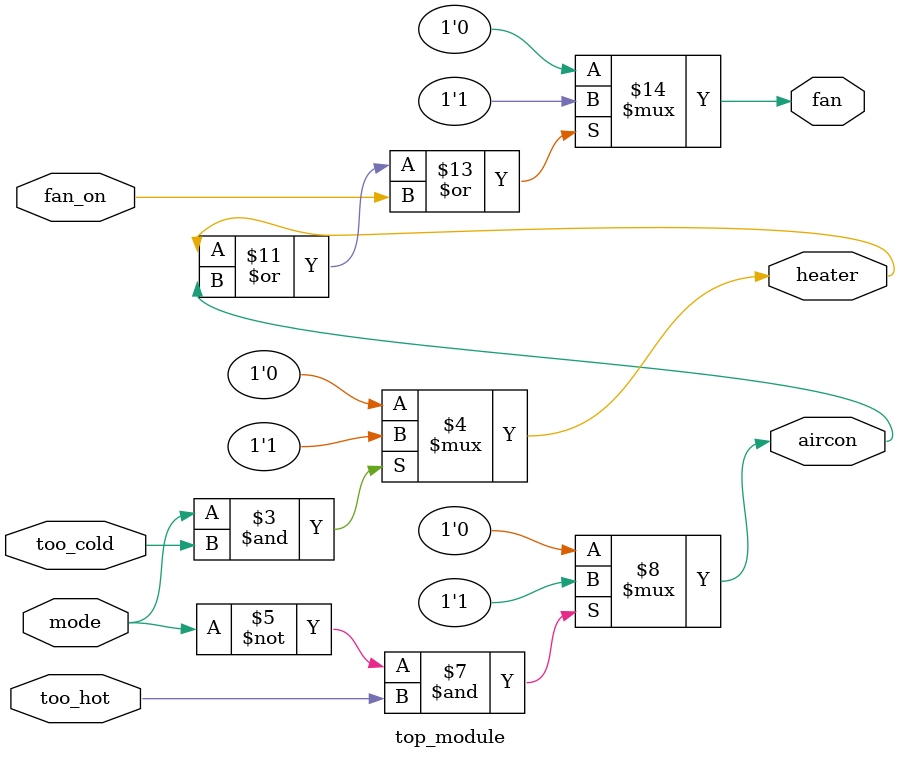
<source format=v>
module top_module (
    input too_cold,
    input too_hot,
    input mode,
    input fan_on,
    output heater,
    output aircon,
    output fan
); 
    assign heater=(mode==1 & too_cold==1)?1'b1:1'b0;
    assign aircon=(mode==0 & too_hot==1)?1'b1:1'b0;
    assign fan=((heater==1 | aircon==1)|(fan_on==1))?1'b1:1'b0;

endmodule

</source>
